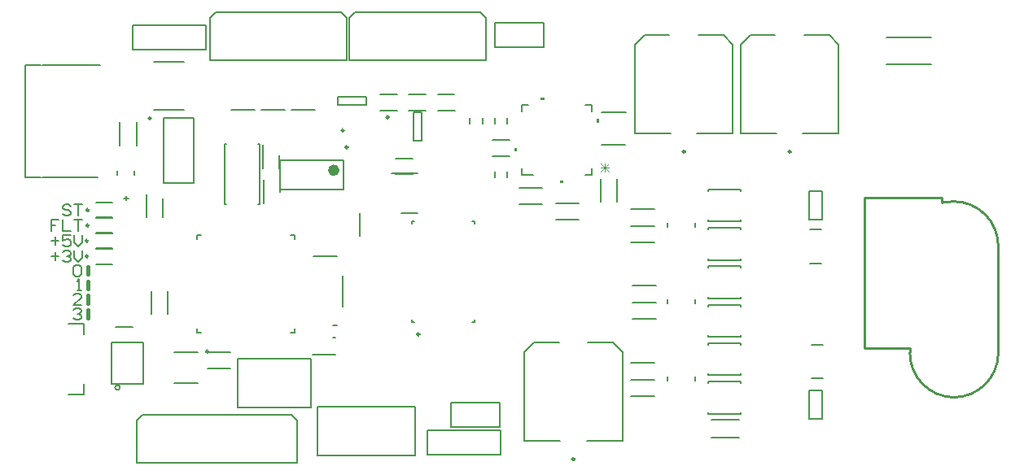
<source format=gto>
G04*
G04 #@! TF.GenerationSoftware,Altium Limited,Altium Designer,23.4.1 (23)*
G04*
G04 Layer_Color=65535*
%FSLAX25Y25*%
%MOIN*%
G70*
G04*
G04 #@! TF.SameCoordinates,99A001A7-D63A-4E88-881B-6C0508A0781D*
G04*
G04*
G04 #@! TF.FilePolarity,Positive*
G04*
G01*
G75*
%ADD10C,0.00984*%
%ADD11C,0.00787*%
%ADD12C,0.02362*%
%ADD13C,0.01000*%
%ADD14C,0.01575*%
%ADD15C,0.00600*%
%ADD16C,0.00300*%
G36*
X194533Y129474D02*
X193533D01*
Y130974D01*
X194533D01*
Y129474D01*
D02*
G37*
G36*
X204278Y150561D02*
X205778D01*
Y151561D01*
X204278D01*
Y150561D01*
D02*
G37*
G36*
X212152Y117761D02*
X213652D01*
Y116761D01*
X212152D01*
Y117761D01*
D02*
G37*
G36*
X227333Y141285D02*
X228333D01*
Y142785D01*
X227333D01*
Y141285D01*
D02*
G37*
D10*
X125394Y131299D02*
G03*
X125394Y131299I-492J0D01*
G01*
X19272Y105512D02*
G03*
X19272Y105512I-492J0D01*
G01*
X18996Y92913D02*
G03*
X18996Y92913I-492J0D01*
G01*
X19272Y99213D02*
G03*
X19272Y99213I-492J0D01*
G01*
X18996Y86614D02*
G03*
X18996Y86614I-492J0D01*
G01*
X44783Y143110D02*
G03*
X44783Y143110I-492J0D01*
G01*
X123721Y138179D02*
G03*
X123721Y138179I-492J0D01*
G01*
X142124Y143610D02*
G03*
X142124Y143610I-492J0D01*
G01*
X218209Y3445D02*
G03*
X218209Y3445I-492J0D01*
G01*
X306791Y129429D02*
G03*
X306791Y129429I-492J0D01*
G01*
X263484D02*
G03*
X263484Y129429I-492J0D01*
G01*
X68315Y47547D02*
G03*
X68315Y47547I-492J0D01*
G01*
X154732Y54610D02*
G03*
X154732Y54610I-492J0D01*
G01*
D11*
X32039Y32795D02*
G03*
X32039Y32795I-1000J0D01*
G01*
X38976Y1969D02*
Y19291D01*
X121358Y152060D02*
X132972D01*
X38976Y1969D02*
X104724Y1969D01*
X102362Y21654D02*
X104724Y19291D01*
X91109Y24764D02*
X110276D01*
X121358Y148727D02*
Y152060D01*
X132972Y148727D02*
Y152060D01*
X49630Y102445D02*
Y110335D01*
X121358Y148727D02*
X132972D01*
X152180Y145480D02*
X155513D01*
X41339Y21654D02*
X102362Y21654D01*
X104724Y1969D02*
Y19291D01*
X185551Y172165D02*
Y182165D01*
Y172165D02*
X205551D01*
X30315Y51181D02*
X37402D01*
X38803Y132063D02*
Y141559D01*
X22244Y96260D02*
X28937D01*
X205551Y172165D02*
Y182165D01*
X122441Y186614D02*
X124803Y184252D01*
X38976Y19291D02*
X41339Y21654D01*
X185551Y182165D02*
X205551D01*
X157835Y5236D02*
Y15236D01*
X187835D01*
X67205Y171378D02*
Y181378D01*
X37205Y171378D02*
X67205D01*
X128347Y186614D02*
X179528D01*
X125984Y166929D02*
X181890D01*
X125984D02*
Y184252D01*
X181890Y166929D02*
Y184252D01*
X179528Y186614D02*
X181890Y184252D01*
X125984D02*
X128347Y186614D01*
X71260D02*
X122441D01*
X68898Y166929D02*
X124803D01*
X68898D02*
Y184252D01*
X155513Y133866D02*
Y145480D01*
X22343Y102264D02*
X28839D01*
X42889Y102445D02*
Y111941D01*
X22343Y108760D02*
X28839D01*
X112795Y5079D02*
Y25079D01*
X152795Y5079D02*
Y25079D01*
X80276Y24764D02*
Y44764D01*
X112795Y25079D02*
X152795D01*
X110276Y24764D02*
Y44764D01*
X112795Y5079D02*
X152795D01*
X80276Y44764D02*
X110276D01*
X80276Y24764D02*
X110276D01*
X241330Y42945D02*
X251008D01*
X241330Y29118D02*
X251008D01*
X123524Y113976D02*
Y125787D01*
X97539D02*
X123524D01*
X97539Y113976D02*
X123524D01*
X241330Y36055D02*
X251008D01*
X68898Y184252D02*
X71260Y186614D01*
X157835Y5236D02*
X187835D01*
X37992Y119980D02*
Y121752D01*
X175205Y140854D02*
Y143217D01*
X180520Y140854D02*
Y143217D01*
X346063Y165374D02*
X364173D01*
X241330Y36008D02*
X251008D01*
X28539Y51295D02*
X41539D01*
X346063Y176358D02*
X364173D01*
X190756Y140854D02*
Y143217D01*
X167677Y16654D02*
X187677D01*
Y26654D01*
X-6693Y118898D02*
X-394D01*
X28539Y34295D02*
Y51295D01*
X394Y118898D02*
X22835D01*
X187835Y5236D02*
Y15236D01*
X10827Y59055D02*
X17126D01*
X167677Y16654D02*
Y26654D01*
X187677D01*
X22244Y89567D02*
X28937D01*
X30315Y57480D02*
X37402D01*
X30905Y119980D02*
Y121752D01*
X32063Y132063D02*
Y141559D01*
X34449Y109449D02*
Y111417D01*
X185441Y140854D02*
Y143217D01*
X-6693Y118898D02*
Y164961D01*
X394D02*
X24016D01*
X-6693D02*
X-394D01*
X88681Y132480D02*
X89370D01*
X28539Y34295D02*
X41539D01*
X33465Y110433D02*
X35433D01*
X17126Y29921D02*
Y34252D01*
X41539Y34295D02*
Y51295D01*
X17126Y54725D02*
Y59055D01*
X97539Y113976D02*
Y125787D01*
X10827Y29921D02*
X17126D01*
X74803Y108071D02*
Y132480D01*
X88681Y108071D02*
X89370D01*
X74803Y132480D02*
X75492D01*
X89370Y108071D02*
Y132480D01*
X124803Y166929D02*
Y184252D01*
X22343Y95964D02*
X28839D01*
X49803Y116732D02*
X62402D01*
X54315Y34728D02*
X63796D01*
X46063Y166339D02*
X58268D01*
X46063Y146654D02*
X58268D01*
X54315Y47162D02*
X63796D01*
X77646Y146645D02*
X87324D01*
X184653Y127665D02*
X191543D01*
X102259Y146645D02*
X111937D01*
X162191Y152874D02*
X169081D01*
X241921Y60811D02*
X251599D01*
X74803Y108071D02*
X75492D01*
X119390Y58153D02*
X120784D01*
X111106Y86729D02*
X120784D01*
X22244Y83268D02*
X28937D01*
X22343Y102461D02*
X28839D01*
X22244Y89961D02*
X28937D01*
X110803Y46433D02*
X120299D01*
X62402Y116732D02*
Y143110D01*
X49803D02*
X62402D01*
X49803Y116732D02*
Y143110D01*
X67889Y47268D02*
X77386D01*
X67889Y40527D02*
X77386D01*
X144791Y120382D02*
X151878D01*
X274204Y19709D02*
X285457D01*
X274204Y12393D02*
X285457D01*
X89952Y146645D02*
X99630D01*
X143413Y120677D02*
X154043D01*
X184633Y134370D02*
X191522D01*
X241330Y105937D02*
X251008D01*
X241921Y67748D02*
X251599D01*
X185441Y118807D02*
Y121169D01*
X90830Y108350D02*
Y118028D01*
X97752Y112810D02*
Y118028D01*
X144791Y126681D02*
X151878D01*
X90437Y122523D02*
Y132201D01*
X123130Y65945D02*
Y78543D01*
X97359Y122523D02*
Y127820D01*
X190756Y118807D02*
Y121169D01*
X37205Y171378D02*
Y181378D01*
X267437Y98733D02*
Y100299D01*
X241327Y92110D02*
X251005D01*
X256397Y98733D02*
Y100299D01*
X37205Y181378D02*
X67205D01*
X150381Y152874D02*
X157270D01*
X228823Y108941D02*
Y118437D01*
X241921Y67700D02*
X251599D01*
X162213Y146169D02*
X169102D01*
X241921Y74638D02*
X251599D01*
X256397Y35740D02*
Y37307D01*
X152180Y133866D02*
X155513D01*
X235563Y108941D02*
Y118437D01*
X241327Y99047D02*
X251005D01*
X256397Y67237D02*
Y68803D01*
X267437Y67237D02*
Y68803D01*
X150401Y146169D02*
X157291D01*
X210515Y108398D02*
X220012D01*
X138569Y152874D02*
X145459D01*
X319687Y101484D02*
Y113295D01*
X314385D02*
X319687D01*
X195555Y107956D02*
X205051D01*
X314385Y31602D02*
X319687D01*
X314385Y19791D02*
Y31602D01*
X229307Y145693D02*
X239197D01*
X51599Y62771D02*
Y72268D01*
X119390Y53174D02*
X120299D01*
X44858Y62771D02*
Y72268D01*
X130397Y94875D02*
Y104371D01*
X195555Y114697D02*
X205051D01*
X319687Y19791D02*
Y31602D01*
X267437Y35740D02*
Y37307D01*
X152180Y133866D02*
Y145480D01*
X147351Y104339D02*
X154043D01*
X138590Y146169D02*
X145480D01*
X314385Y101484D02*
X319687D01*
X210515Y101657D02*
X220012D01*
X229200Y132260D02*
X239090D01*
X314385Y19791D02*
X319687D01*
X314385Y101484D02*
Y113295D01*
X241330Y99000D02*
X251008D01*
X223622Y51181D02*
X233858D01*
X201575D02*
X211811D01*
X233858D02*
X237795Y47244D01*
X197638D02*
X201575Y51181D01*
X197638Y11024D02*
Y47244D01*
X237795Y11024D02*
Y47244D01*
X197638Y11024D02*
X212303D01*
X223130D02*
X237795D01*
X312205Y177165D02*
X322441D01*
X290158D02*
X300394D01*
X322441D02*
X326378Y173228D01*
X286221D02*
X290158Y177165D01*
X286221Y137008D02*
Y173228D01*
X326378Y137008D02*
Y173228D01*
X286221Y137008D02*
X300886D01*
X311713D02*
X326378D01*
X268898Y177165D02*
X279134D01*
X246850D02*
X257087D01*
X279134D02*
X283071Y173228D01*
X242913D02*
X246850Y177165D01*
X242913Y137008D02*
Y173228D01*
X283071Y137008D02*
Y173228D01*
X242913Y137008D02*
X257579D01*
X268406D02*
X283071D01*
X63689Y55421D02*
X65264D01*
X101878D02*
X103453D01*
Y93610D02*
Y95185D01*
Y55421D02*
Y56996D01*
X63689Y95185D02*
X65264D01*
X101878D02*
X103453D01*
X63689Y93610D02*
Y95185D01*
Y55421D02*
Y56996D01*
X151681Y59555D02*
X152665D01*
X151681D02*
Y60539D01*
X176287Y59555D02*
X177272D01*
Y60539D01*
X151681Y100894D02*
X152665D01*
X151681Y99909D02*
Y100894D01*
X176287D02*
X177272D01*
Y99909D02*
Y100894D01*
X315175Y50315D02*
X319885D01*
X315175Y36511D02*
X319885D01*
X314680Y97559D02*
X319391D01*
X314680Y83755D02*
X319391D01*
X3941Y92913D02*
X7090D01*
X5515Y94488D02*
Y91339D01*
X11813Y95275D02*
X8664D01*
Y92913D01*
X10238Y93700D01*
X11025D01*
X11813Y92913D01*
Y91339D01*
X11025Y90552D01*
X9451D01*
X8664Y91339D01*
X13387Y95275D02*
Y92126D01*
X14961Y90552D01*
X16535Y92126D01*
Y95275D01*
X12992Y64566D02*
X13779Y65354D01*
X15354D01*
X16141Y64566D01*
Y63779D01*
X15354Y62992D01*
X14566D01*
X15354D01*
X16141Y62205D01*
Y61418D01*
X15354Y60631D01*
X13779D01*
X12992Y61418D01*
X16141Y66536D02*
X12992D01*
X16141Y69685D01*
Y70472D01*
X15354Y71259D01*
X13779D01*
X12992Y70472D01*
X14566Y72442D02*
X16141D01*
X15354D01*
Y77165D01*
X14566Y76377D01*
X12992Y82283D02*
X13779Y83070D01*
X15354D01*
X16141Y82283D01*
Y79134D01*
X15354Y78347D01*
X13779D01*
X12992Y79134D01*
Y82283D01*
X3939Y86614D02*
X7088D01*
X5513Y88188D02*
Y85040D01*
X8662Y88188D02*
X9449Y88976D01*
X11023D01*
X11811Y88188D01*
Y87401D01*
X11023Y86614D01*
X10236D01*
X11023D01*
X11811Y85827D01*
Y85040D01*
X11023Y84253D01*
X9449D01*
X8662Y85040D01*
X13385Y88976D02*
Y85827D01*
X14959Y84253D01*
X16533Y85827D01*
Y88976D01*
X7088Y101574D02*
X3939D01*
Y99213D01*
X5513D01*
X3939D01*
Y96851D01*
X8662Y101574D02*
Y96851D01*
X11811D01*
X13385Y101574D02*
X16533D01*
X14959D01*
Y96851D01*
X11811Y107086D02*
X11023Y107873D01*
X9449D01*
X8662Y107086D01*
Y106299D01*
X9449Y105512D01*
X11023D01*
X11811Y104725D01*
Y103937D01*
X11023Y103150D01*
X9449D01*
X8662Y103937D01*
X13385Y107873D02*
X16533D01*
X14959D01*
Y103150D01*
D12*
X120768Y121850D02*
G03*
X120768Y121850I-1181J0D01*
G01*
D13*
X373228Y28740D02*
G03*
X391732Y46850I197J18307D01*
G01*
X355512Y47244D02*
G03*
X373622Y28740I18307J-197D01*
G01*
X373228Y109055D02*
G03*
X368879Y108579I-197J-18307D01*
G01*
X391732Y90551D02*
G03*
X373622Y109055I-18307J197D01*
G01*
X368701Y108465D02*
Y110630D01*
X336811Y48819D02*
X355512D01*
Y47244D02*
Y48819D01*
X336811D02*
Y110630D01*
X368701D01*
X391732Y46850D02*
Y90551D01*
D14*
X19094Y73228D02*
Y76378D01*
Y67323D02*
Y70472D01*
Y79134D02*
Y82284D01*
Y61417D02*
Y64567D01*
D15*
X222586Y119861D02*
X225233D01*
X222586Y148461D02*
X225233D01*
X196633Y145814D02*
Y148461D01*
Y119861D02*
X201249D01*
X225233D02*
Y122509D01*
Y145814D02*
Y148461D01*
X196633D02*
X199281D01*
X196633Y119861D02*
Y122509D01*
X286234Y37798D02*
Y38499D01*
X273034Y37798D02*
X282134D01*
X273034Y50296D02*
Y50998D01*
X281694Y37798D02*
X286234D01*
X273034D02*
Y38499D01*
Y50998D02*
X277574D01*
X286234Y50296D02*
Y50998D01*
X277574D02*
X286234D01*
X273034Y22050D02*
X281694D01*
X273034D02*
Y22751D01*
X281694Y22050D02*
X286234D01*
Y34548D02*
Y35250D01*
X273034D02*
X277574D01*
X286234Y22050D02*
Y22751D01*
X277134Y35250D02*
X286234D01*
X273034Y34548D02*
Y35250D01*
X286234Y69294D02*
Y69995D01*
X273034Y69294D02*
X282134D01*
X273034Y81792D02*
Y82494D01*
X281694Y69294D02*
X286234D01*
X273034D02*
Y69995D01*
Y82494D02*
X277574D01*
X286234Y81792D02*
Y82494D01*
X277574D02*
X286234D01*
X273034Y66044D02*
Y66746D01*
X277134D02*
X286234D01*
Y53546D02*
Y54247D01*
X273034Y66746D02*
X277574D01*
X286234Y66044D02*
Y66746D01*
X281694Y53546D02*
X286234D01*
X273034D02*
Y54247D01*
Y53546D02*
X281694D01*
X286234Y100790D02*
Y101491D01*
X273034Y100790D02*
X282134D01*
X273034Y113288D02*
Y113990D01*
X281694Y100790D02*
X286234D01*
X273034D02*
Y101491D01*
Y113990D02*
X277574D01*
X286234Y113288D02*
Y113990D01*
X277574D02*
X286234D01*
X273034Y97540D02*
Y98242D01*
X277134D02*
X286234D01*
Y85042D02*
Y85743D01*
X273034Y98242D02*
X277574D01*
X286234Y97540D02*
Y98242D01*
X281694Y85042D02*
X286234D01*
X273034D02*
Y85743D01*
Y85042D02*
X281694D01*
D16*
X232283Y121425D02*
X228951Y124758D01*
X232283D02*
X228951Y121425D01*
X232283Y123091D02*
X228951D01*
X230617Y124758D02*
Y121425D01*
M02*

</source>
